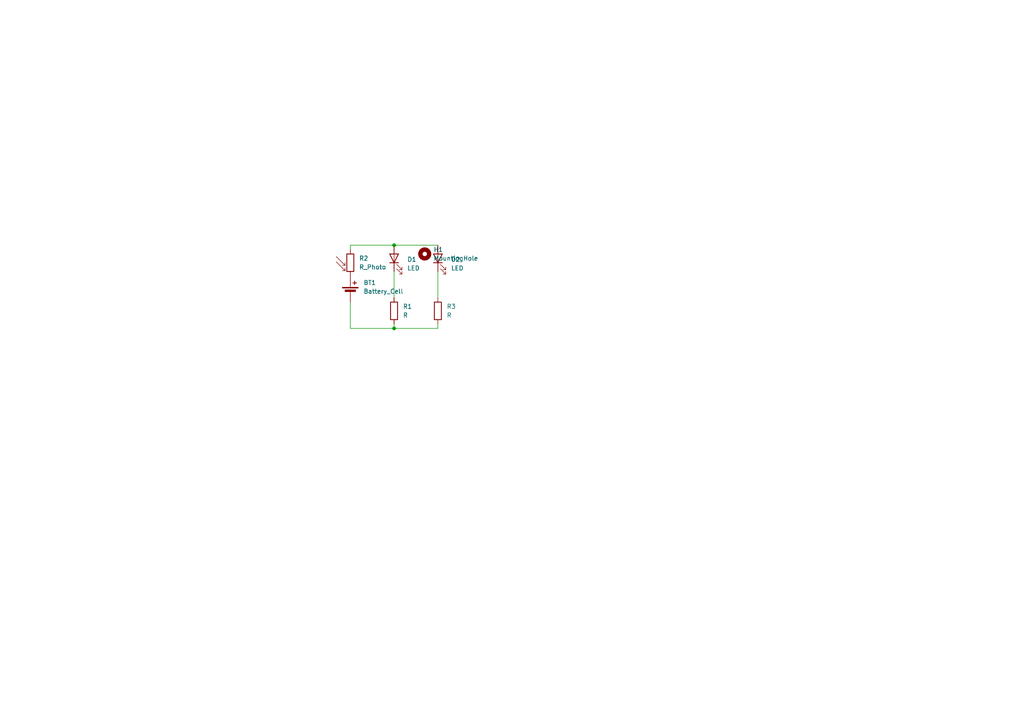
<source format=kicad_sch>
(kicad_sch (version 20250114) (generator "eeschema") (generator_version "9.0")
  (paper "A4")
  (lib_symbols
    (symbol "Device:Battery_Cell" (pin_numbers (hide yes)) (pin_names (offset 0) (hide yes))
      (property "Reference" "BT" (at 2.54 2.54 0))
      (property "Value" "Battery_Cell" (at 2.54 0 0))
      (symbol "Battery_Cell_0_1"
        (rectangle (start -2.286 1.778) (end 2.286 1.524) (fill (type outline)))
        (rectangle (start -1.524 1.016) (end 1.524 0.508) (fill (type outline)))
        (polyline (pts (xy 0 1.778) (xy 0 2.54)))
        (polyline (pts (xy 0 0.762) (xy 0 0)))
        (polyline (pts (xy 0.762 3.048) (xy 1.778 3.048)) (stroke (width 0.254)))
        (polyline (pts (xy 1.27 3.556) (xy 1.27 2.54)) (stroke (width 0.254)))
      )
      (symbol "Battery_Cell_1_1"
        (pin passive line (at 0 5.08 270) (length 2.54) (name "+") (number "1"))
        (pin passive line (at 0 -2.54 90) (length 2.54) (name "-") (number "2"))
      )
    )
    (symbol "Device:LED" (pin_numbers (hide yes)) (pin_names (offset 1.016) (hide yes))
      (property "Reference" "D" (at 0 2.54 0))
      (property "Value" "LED" (at 0 -2.54 0))
      (symbol "LED_0_1"
        (polyline (pts (xy -3.048 -0.762) (xy -4.572 -2.286) (xy -3.81 -2.286) (xy -4.572 -2.286) (xy -4.572 -1.524)))
        (polyline (pts (xy -1.778 -0.762) (xy -3.302 -2.286) (xy -2.54 -2.286) (xy -3.302 -2.286) (xy -3.302 -1.524)))
        (polyline (pts (xy -1.27 0) (xy 1.27 0)))
        (polyline (pts (xy -1.27 -1.27) (xy -1.27 1.27)) (stroke (width 0.254)))
        (polyline (pts (xy 1.27 -1.27) (xy 1.27 1.27) (xy -1.27 0) (xy 1.27 -1.27)) (stroke (width 0.254)))
      )
      (symbol "LED_1_1"
        (pin passive line (at -3.81 0 0) (length 2.54) (name "K") (number "1"))
        (pin passive line (at 3.81 0 180) (length 2.54) (name "A") (number "2"))
      )
    )
    (symbol "Device:R" (pin_numbers (hide yes)) (pin_names (offset 0))
      (property "Reference" "R" (at 2.032 0 90))
      (property "Value" "R" (at 0 0 90))
      (symbol "R_0_1"
        (rectangle (start -1.016 -2.54) (end 1.016 2.54) (stroke (width 0.254)))
      )
      (symbol "R_1_1"
        (pin passive line (at 0 3.81 270) (length 1.27) (name "~") (number "1"))
        (pin passive line (at 0 -3.81 90) (length 1.27) (name "~") (number "2"))
      )
    )
    (symbol "Device:R_Photo" (pin_numbers (hide yes)) (pin_names (offset 0))
      (property "Reference" "R" (at 1.27 1.27 0))
      (property "Value" "R_Photo" (at 1.27 0 0))
      (symbol "R_Photo_0_1"
        (polyline (pts (xy -1.524 -0.762) (xy -4.064 1.778)))
        (polyline (pts (xy -1.524 -0.762) (xy -2.286 -0.762)))
        (polyline (pts (xy -1.524 -0.762) (xy -1.524 0)))
        (polyline (pts (xy -1.524 -2.286) (xy -4.064 0.254)))
        (polyline (pts (xy -1.524 -2.286) (xy -2.286 -2.286)))
        (polyline (pts (xy -1.524 -2.286) (xy -1.524 -1.524)))
        (rectangle (start -1.016 2.54) (end 1.016 -2.54) (stroke (width 0.254)))
      )
      (symbol "R_Photo_1_1"
        (pin passive line (at 0 3.81 270) (length 1.27) (name "~") (number "1"))
        (pin passive line (at 0 -3.81 90) (length 1.27) (name "~") (number "2"))
      )
    )
    (symbol "Mechanical:MountingHole" (pin_names (offset 1.016)) (in_bom no)
      (property "Reference" "H" (at 0 5.08 0))
      (property "Value" "MountingHole" (at 0 3.175 0))
      (symbol "MountingHole_0_1"
        (circle (center 0 0) (radius 1.27) (stroke (width 1.27)))
      )
    )
  )
  (junction (at 114.3 95.25))
  (junction (at 114.3 71.12))
  (wire (pts (xy 127 86.36) (xy 127 78.74)))
  (wire (pts (xy 114.3 95.25) (xy 127 95.25)))
  (wire (pts (xy 114.3 71.12) (xy 127 71.12)))
  (wire (pts (xy 101.6 71.12) (xy 101.6 72.39)))
  (wire (pts (xy 114.3 93.98) (xy 114.3 95.25)))
  (wire (pts (xy 114.3 71.12) (xy 101.6 71.12)))
  (wire (pts (xy 127 93.98) (xy 127 95.25)))
  (wire (pts (xy 101.6 95.25) (xy 114.3 95.25)))
  (wire (pts (xy 114.3 78.74) (xy 114.3 86.36)))
  (wire (pts (xy 101.6 87.63) (xy 101.6 95.25)))
  (symbol (lib_id "Device:R") (at 114.3 90.17 0) (unit 1)
    (property "Reference" "R1" (at 116.84 88.8999 0) (effects (justify left)))
    (property "Value" "R" (at 116.84 91.4399 0) (effects (justify left)))
    (property "Footprint" "Resistor_THT:R_Axial_DIN0207_L6.3mm_D2.5mm_P7.62mm_Horizontal" (effects (hide yes)))
    (property "Description" "Resistor" (effects (hide yes)))
  )
  (symbol (lib_id "Device:Battery_Cell") (at 101.6 85.09 0) (unit 1)
    (property "Reference" "BT1" (at 105.41 81.9784 0) (effects (justify left)))
    (property "Value" "Battery_Cell" (at 105.41 84.5184 0) (effects (justify left)))
    (property "Footprint" "Battery:BatteryHolder_Keystone_3034_1x20mm" (effects (hide yes)))
    (property "Description" "Single-cell battery" (effects (hide yes)))
  )
  (symbol (lib_id "Mechanical:MountingHole") (at 123.19 73.66 0) (unit 1) (in_bom no)
    (property "Reference" "H1" (at 125.73 72.3899 0) (effects (justify left)))
    (property "Value" "MountingHole" (at 125.73 74.9299 0) (effects (justify left)))
    (property "Footprint" "MountingHole:MountingHole_2.1mm" (effects (hide yes)))
    (property "Description" "Mounting Hole without connection" (effects (hide yes)))
  )
  (symbol (lib_id "Device:LED") (at 127 74.93 90) (unit 1)
    (property "Reference" "D2" (at 130.81 75.2474 90) (effects (justify right)))
    (property "Value" "LED" (at 130.81 77.7874 90) (effects (justify right)))
    (property "Footprint" "LED_THT:LED_D5.0mm" (effects (hide yes)))
    (property "Description" "Light emitting diode" (effects (hide yes)))
    (property "Sim.Pins" "1=K 2=A" (effects (hide yes)))
  )
  (symbol (lib_id "Device:R_Photo") (at 101.6 76.2 0) (unit 1)
    (property "Reference" "R2" (at 104.14 74.9299 0) (effects (justify left)))
    (property "Value" "R_Photo" (at 104.14 77.4699 0) (effects (justify left)))
    (property "Footprint" "OptoDevice:R_LDR_5.1x4.3mm_P3.4mm_Vertical" (effects (hide yes)))
    (property "Description" "Photoresistor" (effects (hide yes)))
  )
  (symbol (lib_id "Device:LED") (at 114.3 74.93 90) (unit 1)
    (property "Reference" "D1" (at 118.11 75.2474 90) (effects (justify right)))
    (property "Value" "LED" (at 118.11 77.7874 90) (effects (justify right)))
    (property "Footprint" "LED_THT:LED_D5.0mm" (effects (hide yes)))
    (property "Description" "Light emitting diode" (effects (hide yes)))
    (property "Sim.Pins" "1=K 2=A" (effects (hide yes)))
  )
  (symbol (lib_id "Device:R") (at 127 90.17 0) (unit 1)
    (property "Reference" "R3" (at 129.54 88.8999 0) (effects (justify left)))
    (property "Value" "R" (at 129.54 91.4399 0) (effects (justify left)))
    (property "Footprint" "Resistor_THT:R_Axial_DIN0207_L6.3mm_D2.5mm_P7.62mm_Horizontal" (effects (hide yes)))
    (property "Description" "Resistor" (effects (hide yes)))
  )
)
</source>
